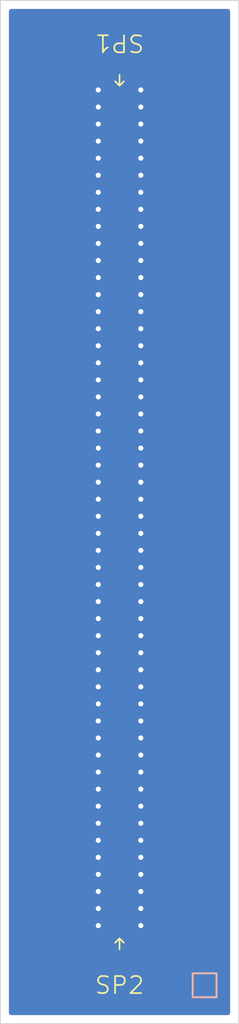
<source format=kicad_pcb>
(kicad_pcb (version 20240108) (generator "pcbnew") (generator_version "8.0")
  (layers (0 "F.Cu" signal) (31 "B.Cu" signal) (34 "B.Paste" user) (35 "F.Paste" user) (36 "B.SilkS" user "B.Silkscreen") (37 "F.SilkS" user "F.Silkscreen") (38 "B.Mask" user) (39 "F.Mask" user) (44 "Edge.Cuts" user))
  (net 0 "")
  (net 1 "GND")
  (footprint "SRS_sim:Simulation_Port" (layer "F.Cu") (at 150 60 180)
    (property "Reference" "SP1" (at 0 2.5 180) (layer "F.SilkS") (effects (font (thickness 0.1))))
    (property "Value" "Simulation_Port" (hide yes))
    (fp_line (start 0 0) (end 0.254 0.254) (stroke (width 0.1)) (layer "F.SilkS"))
    (fp_line (start 0 0) (end 0 0.635) (stroke (width 0.1)) (layer "F.SilkS"))
    (fp_line (start 0 0) (end -0.254 0.254) (stroke (width 0.1)) (layer "F.SilkS"))
  )
  (footprint "SRS_sim:Simulation_Port" (layer "F.Cu") (at 150 110)
    (property "Reference" "SP2" (at 0 2.75 0) (layer "F.SilkS") (effects (font (thickness 0.1))))
    (property "Value" "Simulation_Port" (hide yes))
    (fp_line (start 0 0) (end -0.254 0.254) (stroke (width 0.1)) (layer "F.SilkS"))
    (fp_line (start 0 0) (end 0 0.635) (stroke (width 0.1)) (layer "F.SilkS"))
    (fp_line (start 0 0) (end 0.254 0.254) (stroke (width 0.1)) (layer "F.SilkS"))
  )
  (footprint "TestPoint:TestPoint_Pad_1.0x1.0mm" (layer "B.Cu") (at 155 112.75 180)
    (property "Reference" "TP101" (hide yes))
    (property "Value" "TestPoint" (hide yes))
    (fp_line (start 0.7 0.7) (end -0.7 0.7) (stroke (width 0.12)) (layer "B.SilkS"))
    (fp_line (start 0.7 -0.7) (end 0.7 0.7) (stroke (width 0.12)) (layer "B.SilkS"))
    (fp_line (start -0.7 0.7) (end -0.7 -0.7) (stroke (width 0.12)) (layer "B.SilkS"))
    (fp_line (start -0.7 -0.7) (end 0.7 -0.7) (stroke (width 0.12)) (layer "B.SilkS"))
    (pad "1" smd rect (at 0 0 180) (size 1 1) (layers "B.Cu" "B.Mask") (net 1 "GND"))
  )
  (gr_rect (start 149.365 60) (end 150.635 110) (fill solid) (layer "F.Cu"))
  (gr_rect (start 143 55) (end 157 115) (stroke (width 0.05)) (fill none) (layer "Edge.Cuts"))
  (via (at 148.75 63.25) (size 0.6) (drill 0.3) (layers "F.Cu" "B.Cu") (net 1))
  (via (at 148.75 74.25) (size 0.6) (drill 0.3) (layers "F.Cu" "B.Cu") (net 1))
  (via (at 148.75 87.25) (size 0.6) (drill 0.3) (layers "F.Cu" "B.Cu") (net 1))
  (via (at 148.75 90.25) (size 0.6) (drill 0.3) (layers "F.Cu" "B.Cu") (net 1))
  (via (at 148.75 95.25) (size 0.6) (drill 0.3) (layers "F.Cu" "B.Cu") (net 1))
  (via (at 148.75 76.25) (size 0.6) (drill 0.3) (layers "F.Cu" "B.Cu") (net 1))
  (via (at 148.75 108.25) (size 0.6) (drill 0.3) (layers "F.Cu" "B.Cu") (net 1))
  (via (at 148.75 80.25) (size 0.6) (drill 0.3) (layers "F.Cu" "B.Cu") (net 1))
  (via (at 151.25 101.25) (size 0.6) (drill 0.3) (layers "F.Cu" "B.Cu") (net 1))
  (via (at 148.75 64.25) (size 0.6) (drill 0.3) (layers "F.Cu" "B.Cu") (net 1))
  (via (at 151.25 83.25) (size 0.6) (drill 0.3) (layers "F.Cu" "B.Cu") (net 1))
  (via (at 148.75 93.25) (size 0.6) (drill 0.3) (layers "F.Cu" "B.Cu") (net 1))
  (via (at 148.75 101.25) (size 0.6) (drill 0.3) (layers "F.Cu" "B.Cu") (net 1))
  (via (at 151.25 104.25) (size 0.6) (drill 0.3) (layers "F.Cu" "B.Cu") (net 1))
  (via (at 151.25 77.25) (size 0.6) (drill 0.3) (layers "F.Cu" "B.Cu") (net 1))
  (via (at 151.25 76.25) (size 0.6) (drill 0.3) (layers "F.Cu" "B.Cu") (net 1))
  (via (at 151.25 64.25) (size 0.6) (drill 0.3) (layers "F.Cu" "B.Cu") (net 1))
  (via (at 151.25 88.25) (size 0.6) (drill 0.3) (layers "F.Cu" "B.Cu") (net 1))
  (via (at 151.25 84.25) (size 0.6) (drill 0.3) (layers "F.Cu" "B.Cu") (net 1))
  (via (at 151.25 85.25) (size 0.6) (drill 0.3) (layers "F.Cu" "B.Cu") (net 1))
  (via (at 148.75 97.25) (size 0.6) (drill 0.3) (layers "F.Cu" "B.Cu") (net 1))
  (via (at 148.75 79.25) (size 0.6) (drill 0.3) (layers "F.Cu" "B.Cu") (net 1))
  (via (at 151.25 94.25) (size 0.6) (drill 0.3) (layers "F.Cu" "B.Cu") (net 1))
  (via (at 148.75 65.25) (size 0.6) (drill 0.3) (layers "F.Cu" "B.Cu") (net 1))
  (via (at 148.75 85.25) (size 0.6) (drill 0.3) (layers "F.Cu" "B.Cu") (net 1))
  (via (at 151.25 102.25) (size 0.6) (drill 0.3) (layers "F.Cu" "B.Cu") (net 1))
  (via (at 151.25 73.25) (size 0.6) (drill 0.3) (layers "F.Cu" "B.Cu") (net 1))
  (via (at 151.25 100.25) (size 0.6) (drill 0.3) (layers "F.Cu" "B.Cu") (net 1))
  (via (at 151.25 86.25) (size 0.6) (drill 0.3) (layers "F.Cu" "B.Cu") (net 1))
  (via (at 151.25 63.25) (size 0.6) (drill 0.3) (layers "F.Cu" "B.Cu") (net 1))
  (via (at 151.25 75.25) (size 0.6) (drill 0.3) (layers "F.Cu" "B.Cu") (net 1))
  (via (at 151.25 92.25) (size 0.6) (drill 0.3) (layers "F.Cu" "B.Cu") (net 1))
  (via (at 148.75 94.25) (size 0.6) (drill 0.3) (layers "F.Cu" "B.Cu") (net 1))
  (via (at 148.75 60.25) (size 0.6) (drill 0.3) (layers "F.Cu" "B.Cu") (net 1))
  (via (at 151.25 65.25) (size 0.6) (drill 0.3) (layers "F.Cu" "B.Cu") (net 1))
  (via (at 151.25 78.25) (size 0.6) (drill 0.3) (layers "F.Cu" "B.Cu") (net 1))
  (via (at 148.75 105.25) (size 0.6) (drill 0.3) (layers "F.Cu" "B.Cu") (net 1))
  (via (at 148.75 103.25) (size 0.6) (drill 0.3) (layers "F.Cu" "B.Cu") (net 1))
  (via (at 148.75 61.25) (size 0.6) (drill 0.3) (layers "F.Cu" "B.Cu") (net 1))
  (via (at 148.75 99.25) (size 0.6) (drill 0.3) (layers "F.Cu" "B.Cu") (net 1))
  (via (at 151.25 108.25) (size 0.6) (drill 0.3) (layers "F.Cu" "B.Cu") (net 1))
  (via (at 148.75 75.25) (size 0.6) (drill 0.3) (layers "F.Cu" "B.Cu") (net 1))
  (via (at 148.75 66.25) (size 0.6) (drill 0.3) (layers "F.Cu" "B.Cu") (net 1))
  (via (at 148.75 92.25) (size 0.6) (drill 0.3) (layers "F.Cu" "B.Cu") (net 1))
  (via (at 151.25 74.25) (size 0.6) (drill 0.3) (layers "F.Cu" "B.Cu") (net 1))
  (via (at 151.25 81.25) (size 0.6) (drill 0.3) (layers "F.Cu" "B.Cu") (net 1))
  (via (at 148.75 89.25) (size 0.6) (drill 0.3) (layers "F.Cu" "B.Cu") (net 1))
  (via (at 148.75 67.25) (size 0.6) (drill 0.3) (layers "F.Cu" "B.Cu") (net 1))
  (via (at 148.75 102.25) (size 0.6) (drill 0.3) (layers "F.Cu" "B.Cu") (net 1))
  (via (at 148.75 73.25) (size 0.6) (drill 0.3) (layers "F.Cu" "B.Cu") (net 1))
  (via (at 151.25 67.25) (size 0.6) (drill 0.3) (layers "F.Cu" "B.Cu") (net 1))
  (via (at 151.25 70.25) (size 0.6) (drill 0.3) (layers "F.Cu" "B.Cu") (net 1))
  (via (at 151.25 93.25) (size 0.6) (drill 0.3) (layers "F.Cu" "B.Cu") (net 1))
  (via (at 151.25 98.25) (size 0.6) (drill 0.3) (layers "F.Cu" "B.Cu") (net 1))
  (via (at 151.25 109.25) (size 0.6) (drill 0.3) (layers "F.Cu" "B.Cu") (net 1))
  (via (at 151.25 68.25) (size 0.6) (drill 0.3) (layers "F.Cu" "B.Cu") (net 1))
  (via (at 148.75 69.25) (size 0.6) (drill 0.3) (layers "F.Cu" "B.Cu") (net 1))
  (via (at 151.25 105.25) (size 0.6) (drill 0.3) (layers "F.Cu" "B.Cu") (net 1))
  (via (at 151.25 79.25) (size 0.6) (drill 0.3) (layers "F.Cu" "B.Cu") (net 1))
  (via (at 148.75 77.25) (size 0.6) (drill 0.3) (layers "F.Cu" "B.Cu") (net 1))
  (via (at 148.75 86.25) (size 0.6) (drill 0.3) (layers "F.Cu" "B.Cu") (net 1))
  (via (at 151.25 96.25) (size 0.6) (drill 0.3) (layers "F.Cu" "B.Cu") (net 1))
  (via (at 148.75 106.25) (size 0.6) (drill 0.3) (layers "F.Cu" "B.Cu") (net 1))
  (via (at 151.25 66.25) (size 0.6) (drill 0.3) (layers "F.Cu" "B.Cu") (net 1))
  (via (at 148.75 82.25) (size 0.6) (drill 0.3) (layers "F.Cu" "B.Cu") (net 1))
  (via (at 151.25 99.25) (size 0.6) (drill 0.3) (layers "F.Cu" "B.Cu") (net 1))
  (via (at 148.75 96.25) (size 0.6) (drill 0.3) (layers "F.Cu" "B.Cu") (net 1))
  (via (at 151.25 107.25) (size 0.6) (drill 0.3) (layers "F.Cu" "B.Cu") (net 1))
  (via (at 151.25 72.25) (size 0.6) (drill 0.3) (layers "F.Cu" "B.Cu") (net 1))
  (via (at 148.75 70.25) (size 0.6) (drill 0.3) (layers "F.Cu" "B.Cu") (net 1))
  (via (at 151.25 60.25) (size 0.6) (drill 0.3) (layers "F.Cu" "B.Cu") (net 1))
  (via (at 148.75 100.25) (size 0.6) (drill 0.3) (layers "F.Cu" "B.Cu") (net 1))
  (via (at 148.75 88.25) (size 0.6) (drill 0.3) (layers "F.Cu" "B.Cu") (net 1))
  (via (at 151.25 71.25) (size 0.6) (drill 0.3) (layers "F.Cu" "B.Cu") (net 1))
  (via (at 148.75 81.25) (size 0.6) (drill 0.3) (layers "F.Cu" "B.Cu") (net 1))
  (via (at 148.75 84.25) (size 0.6) (drill 0.3) (layers "F.Cu" "B.Cu") (net 1))
  (via (at 148.75 98.25) (size 0.6) (drill 0.3) (layers "F.Cu" "B.Cu") (net 1))
  (via (at 148.75 83.25) (size 0.6) (drill 0.3) (layers "F.Cu" "B.Cu") (net 1))
  (via (at 151.25 80.25) (size 0.6) (drill 0.3) (layers "F.Cu" "B.Cu") (net 1))
  (via (at 148.75 107.25) (size 0.6) (drill 0.3) (layers "F.Cu" "B.Cu") (net 1))
  (via (at 148.75 91.25) (size 0.6) (drill 0.3) (layers "F.Cu" "B.Cu") (net 1))
  (via (at 151.25 87.25) (size 0.6) (drill 0.3) (layers "F.Cu" "B.Cu") (net 1))
  (via (at 151.25 69.25) (size 0.6) (drill 0.3) (layers "F.Cu" "B.Cu") (net 1))
  (via (at 151.25 62.25) (size 0.6) (drill 0.3) (layers "F.Cu" "B.Cu") (net 1))
  (via (at 151.25 91.25) (size 0.6) (drill 0.3) (layers "F.Cu" "B.Cu") (net 1))
  (via (at 148.75 78.25) (size 0.6) (drill 0.3) (layers "F.Cu" "B.Cu") (net 1))
  (via (at 151.25 61.25) (size 0.6) (drill 0.3) (layers "F.Cu" "B.Cu") (net 1))
  (via (at 151.25 89.25) (size 0.6) (drill 0.3) (layers "F.Cu" "B.Cu") (net 1))
  (via (at 148.75 109.25) (size 0.6) (drill 0.3) (layers "F.Cu" "B.Cu") (net 1))
  (via (at 151.25 95.25) (size 0.6) (drill 0.3) (layers "F.Cu" "B.Cu") (net 1))
  (via (at 151.25 106.25) (size 0.6) (drill 0.3) (layers "F.Cu" "B.Cu") (net 1))
  (via (at 148.75 68.25) (size 0.6) (drill 0.3) (layers "F.Cu" "B.Cu") (net 1))
  (via (at 151.25 90.25) (size 0.6) (drill 0.3) (layers "F.Cu" "B.Cu") (net 1))
  (via (at 148.75 72.25) (size 0.6) (drill 0.3) (layers "F.Cu" "B.Cu") (net 1))
  (via (at 151.25 103.25) (size 0.6) (drill 0.3) (layers "F.Cu" "B.Cu") (net 1))
  (via (at 151.25 97.25) (size 0.6) (drill 0.3) (layers "F.Cu" "B.Cu") (net 1))
  (via (at 148.75 104.25) (size 0.6) (drill 0.3) (layers "F.Cu" "B.Cu") (net 1))
  (via (at 148.75 71.25) (size 0.6) (drill 0.3) (layers "F.Cu" "B.Cu") (net 1))
  (via (at 148.75 62.25) (size 0.6) (drill 0.3) (layers "F.Cu" "B.Cu") (net 1))
  (via (at 151.25 82.25) (size 0.6) (drill 0.3) (layers "F.Cu" "B.Cu") (net 1))
  (zone (net 1) (net_name "GND") (layers "F&B.Cu") (connect_pads yes (clearance 0.3556)) (min_thickness 0.25) (fill yes (thermal_gap 0.5) (thermal_bridge_width 0.5) (island_removal_mode 1) (island_area_min 10))
    (polygon (pts (xy 143 115) (xy 157 115) (xy 157 55) (xy 143 55)))
  )
)
</source>
